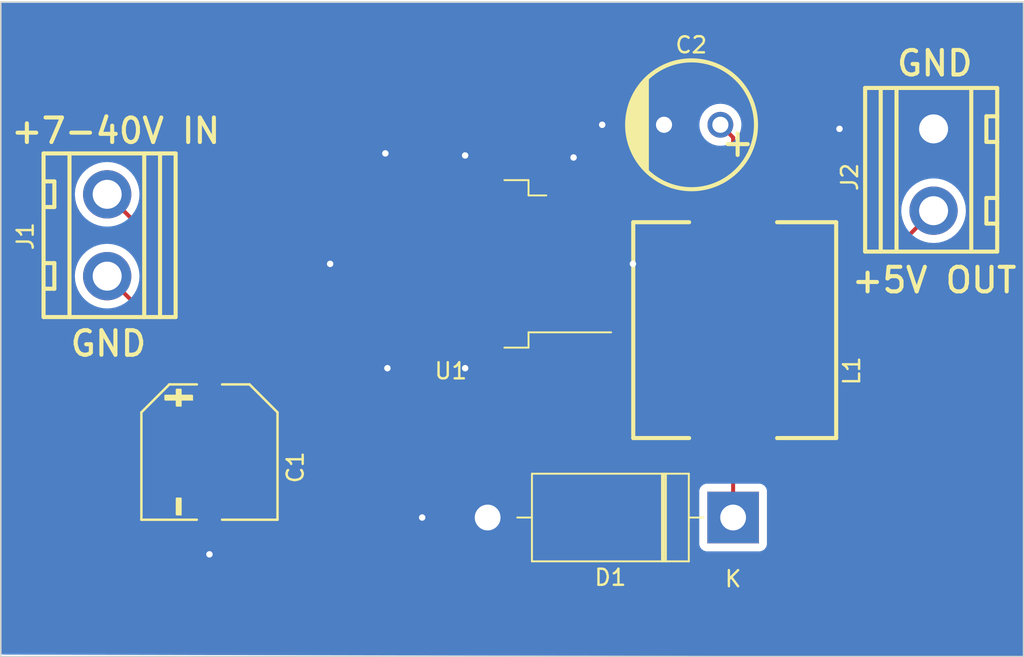
<source format=kicad_pcb>
(kicad_pcb (version 20221018) (generator pcbnew)
  (layers (0 "F.Cu" signal) (31 "B.Cu" signal) (34 "B.Paste" user) (35 "F.Paste" user) (36 "B.SilkS" user "B.Silkscreen") (37 "F.SilkS" user "F.Silkscreen") (38 "B.Mask" user) (39 "F.Mask" user) (44 "Edge.Cuts" user))
  (net 0 "")
  (net 1 "Net-(J1-Pin_1)")
  (net 2 "GND")
  (net 3 "Net-(D1-K)")
  (net 4 "/OUT")
  (net 5 "/IN")
  (footprint "homemadestepdowns:CAP-SMD_BD8.0-L8.3-W8.3-FD" (layer "F.Cu") (at 122.174 111.76 -90)
    (fp_text reference "C1" (at -0.127 -5.334 90) (layer "F.SilkS") (effects (justify right)))
    (fp_text value "100 uF")
    (fp_line (start -4.201 -2.49) (end -4.201 -0.782) (stroke (width 0.152)) (layer "F.SilkS"))
    (fp_line (start -4.201 2.49) (end -4.201 0.782) (stroke (width 0.152)) (layer "F.SilkS"))
    (fp_line (start -2.465 -4.226) (end -4.201 -2.49) (stroke (width 0.152)) (layer "F.SilkS"))
    (fp_line (start -2.465 4.226) (end -4.201 2.49) (stroke (width 0.152)) (layer "F.SilkS"))
    (fp_line (start 4.201 -4.226) (end -2.465 -4.226) (stroke (width 0.152)) (layer "F.SilkS"))
    (fp_line (start 4.201 -0.782) (end 4.201 -4.226) (stroke (width 0.152)) (layer "F.SilkS"))
    (fp_line (start 4.201 0.782) (end 4.201 4.226) (stroke (width 0.152)) (layer "F.SilkS"))
    (fp_line (start 4.201 4.226) (end -2.465 4.226) (stroke (width 0.152)) (layer "F.SilkS"))
    (fp_poly (pts (xy -3.876 1.785) (xy -3.876 2.033) (xy -2.88 2.033) (xy -2.88 1.785)) (stroke (width 0.12)) (fill solid) (layer "F.SilkS"))
    (fp_poly (pts (xy -3.503 1.079) (xy -3.503 2.739) (xy -3.254 2.739) (xy -3.254 1.079)) (stroke (width 0.12)) (fill solid) (layer "F.SilkS"))
    (fp_poly (pts (xy 3.876 1.785) (xy 3.876 2.033) (xy 2.88 2.033) (xy 2.88 1.785)) (stroke (width 0.12)) (fill solid) (layer "F.SilkS"))
    (pad "1" smd rect (at -3.267 0 270) (size 4.2 1.4) (layers "F.Cu" "F.Paste" "F.Mask") (net 1 "Net-(J1-Pin_1)"))
    (pad "2" smd rect (at 3.267 0 270) (size 4.2 1.4) (layers "F.Cu" "F.Paste" "F.Mask") (net 2 "GND"))
  )
  (footprint "homemadestepdowns:CONN-TH_2P-P5.08_JL127-50802G01" (layer "F.Cu") (at 115.824 98.298 90)
    (fp_text reference "J1" (at -1.016 -5.08 270) (layer "F.SilkS") (effects (justify left)))
    (fp_text value "JL127-50802G01")
    (fp_line (start -5.08 -3.95) (end -5.08 4.25) (stroke (width 0.254)) (layer "F.SilkS"))
    (fp_line (start -5.08 -3.95) (end 5.08 -3.95) (stroke (width 0.254)) (layer "F.SilkS"))
    (fp_line (start -5.08 -2.34) (end 5.08 -2.34) (stroke (width 0.254)) (layer "F.SilkS"))
    (fp_line (start -5.08 2.3) (end 5.08 2.3) (stroke (width 0.254)) (layer "F.SilkS"))
    (fp_line (start -5.08 3.282) (end 5.08 3.282) (stroke (width 0.254)) (layer "F.SilkS"))
    (fp_line (start -5.08 4.25) (end 5.08 4.25) (stroke (width 0.254)) (layer "F.SilkS"))
    (fp_line (start -3.322 -3.951) (end -3.322 -3.28) (stroke (width 0.254)) (layer "F.SilkS"))
    (fp_line (start -3.322 -3.28) (end -1.73 -3.28) (stroke (width 0.254)) (layer "F.SilkS"))
    (fp_line (start -1.73 -3.821) (end -1.73 -3.95) (stroke (width 0.254)) (layer "F.SilkS"))
    (fp_line (start -1.73 -3.28) (end -1.73 -3.821) (stroke (width 0.254)) (layer "F.SilkS"))
    (fp_line (start 1.75 -3.95) (end 1.75 -3.279) (stroke (width 0.254)) (layer "F.SilkS"))
    (fp_line (start 1.75 -3.279) (end 3.343 -3.279) (stroke (width 0.254)) (layer "F.SilkS"))
    (fp_line (start 3.343 -3.82) (end 3.342 -3.949) (stroke (width 0.254)) (layer "F.SilkS"))
    (fp_line (start 3.343 -3.279) (end 3.343 -3.82) (stroke (width 0.254)) (layer "F.SilkS"))
    (fp_line (start 5.08 -3.95) (end 5.08 4.25) (stroke (width 0.254)) (layer "F.SilkS"))
    (pad "1" thru_hole circle (at -2.54 0 90) (size 3 3) (drill 1.8) (layers "*.Cu" "*.Mask") (net 1 "Net-(J1-Pin_1)"))
    (pad "2" thru_hole circle (at 2.54 0 90) (size 3 3) (drill 1.8) (layers "*.Cu" "*.Mask") (net 5 "/IN"))
  )
  (footprint "Package_TO_SOT_SMD:TO-263-5_TabPin3" (layer "F.Cu") (at 137.16 100.076 180)
    (fp_text reference "U1" (at 0 -6.65) (layer "F.SilkS"))
    (fp_text value "LM2576S-5.0")
    (fp_line (start -4.825 -5.2) (end -4.825 -4.25) (stroke (width 0.12)) (layer "F.SilkS"))
    (fp_line (start -4.825 -4.25) (end -9.95 -4.25) (stroke (width 0.12)) (layer "F.SilkS"))
    (fp_line (start -4.825 4.25) (end -5.925 4.25) (stroke (width 0.12)) (layer "F.SilkS"))
    (fp_line (start -4.825 5.2) (end -4.825 4.25) (stroke (width 0.12)) (layer "F.SilkS"))
    (fp_line (start -3.325 -5.2) (end -4.825 -5.2) (stroke (width 0.12)) (layer "F.SilkS"))
    (fp_line (start -3.325 5.2) (end -4.825 5.2) (stroke (width 0.12)) (layer "F.SilkS"))
    (pad "1" smd roundrect (at -7.65 -3.4 180) (size 4.6 1.1) (layers "F.Cu" "F.Paste" "F.Mask") (roundrect_rratio 0.2272727273) (net 5 "/IN"))
    (pad "2" smd roundrect (at -7.65 -1.7 180) (size 4.6 1.1) (layers "F.Cu" "F.Paste" "F.Mask") (roundrect_rratio 0.2272727273) (net 3 "Net-(D1-K)"))
    (pad "3" smd roundrect (at -7.65 0 180) (size 4.6 1.1) (layers "F.Cu" "F.Paste" "F.Mask") (roundrect_rratio 0.2272727273) (net 2 "GND"))
    (pad "3" smd roundrect (at -0.925 -2.775 180) (size 4.55 5.25) (layers "F.Cu" "F.Paste") (roundrect_rratio 0.05494505495) (net 2 "GND"))
    (pad "3" smd roundrect (at -0.925 2.775 180) (size 4.55 5.25) (layers "F.Cu" "F.Paste") (roundrect_rratio 0.05494505495) (net 2 "GND"))
    (pad "3" smd roundrect (at 1.5 0 180) (size 9.4 10.8) (layers "F.Cu" "F.Mask") (roundrect_rratio 0.02659595745) (net 2 "GND"))
    (pad "3" smd roundrect (at 3.925 -2.775 180) (size 4.55 5.25) (layers "F.Cu" "F.Paste") (roundrect_rratio 0.05494505495) (net 2 "GND"))
    (pad "3" smd roundrect (at 3.925 2.775 180) (size 4.55 5.25) (layers "F.Cu" "F.Paste") (roundrect_rratio 0.05494505495) (net 2 "GND"))
    (pad "4" smd roundrect (at -7.65 1.7 180) (size 4.6 1.1) (layers "F.Cu" "F.Paste" "F.Mask") (roundrect_rratio 0.2272727273) (net 4 "/OUT"))
    (pad "5" smd roundrect (at -7.65 3.4 180) (size 4.6 1.1) (layers "F.Cu" "F.Paste" "F.Mask") (roundrect_rratio 0.2272727273) (net 2 "GND"))
  )
  (footprint "Diode_THT:D_DO-201AD_P15.24mm_Horizontal" (layer "F.Cu") (at 154.686 115.824 180)
    (fp_text reference "D1" (at 7.62 -3.72) (layer "F.SilkS"))
    (fp_text value "1N5822")
    (fp_text user "K" (at 0 -3.81) (layer "F.SilkS"))
    (fp_line (start 1.84 0) (end 2.75 0) (stroke (width 0.12)) (layer "F.SilkS"))
    (fp_line (start 2.75 -2.72) (end 2.75 2.72) (stroke (width 0.12)) (layer "F.SilkS"))
    (fp_line (start 2.75 2.72) (end 12.49 2.72) (stroke (width 0.12)) (layer "F.SilkS"))
    (fp_line (start 4.175 -2.72) (end 4.175 2.72) (stroke (width 0.12)) (layer "F.SilkS"))
    (fp_line (start 4.295 -2.72) (end 4.295 2.72) (stroke (width 0.12)) (layer "F.SilkS"))
    (fp_line (start 4.415 -2.72) (end 4.415 2.72) (stroke (width 0.12)) (layer "F.SilkS"))
    (fp_line (start 12.49 -2.72) (end 2.75 -2.72) (stroke (width 0.12)) (layer "F.SilkS"))
    (fp_line (start 12.49 2.72) (end 12.49 -2.72) (stroke (width 0.12)) (layer "F.SilkS"))
    (fp_line (start 13.4 0) (end 12.49 0) (stroke (width 0.12)) (layer "F.SilkS"))
    (pad "1" thru_hole rect (at 0 0 180) (size 3.2 3.2) (drill 1.6) (layers "*.Cu" "*.Mask") (net 3 "Net-(D1-K)"))
    (pad "2" thru_hole oval (at 15.24 0 180) (size 3.2 3.2) (drill 1.6) (layers "*.Cu" "*.Mask") (net 2 "GND"))
  )
  (footprint "homemadestepdowns:IND-SMD_L13.4-W12.6" (layer "F.Cu") (at 154.686 104.14 90)
    (fp_text reference "L1" (at -3.556 7.366 90) (layer "F.SilkS") (effects (justify left)))
    (fp_text value "MWSA1206S-101MT")
    (fp_line (start -6.75 -6.2) (end 6.65 -6.2) (stroke (width 0.254)) (layer "F.SilkS"))
    (fp_line (start -6.75 -2.731) (end -6.75 -6.2) (stroke (width 0.254)) (layer "F.SilkS"))
    (fp_line (start -6.75 6.4) (end -6.75 2.731) (stroke (width 0.254)) (layer "F.SilkS"))
    (fp_line (start -6.75 6.4) (end 6.65 6.4) (stroke (width 0.254)) (layer "F.SilkS"))
    (fp_line (start 6.65 -6.2) (end 6.65 -2.731) (stroke (width 0.254)) (layer "F.SilkS"))
    (fp_line (start 6.65 2.731) (end 6.65 6.4) (stroke (width 0.254)) (layer "F.SilkS"))
    (pad "1" smd rect (at -5.65 0 180) (size 5 3.25) (layers "F.Cu" "F.Paste" "F.Mask") (net 3 "Net-(D1-K)"))
    (pad "2" smd rect (at 5.65 0 180) (size 5 3.25) (layers "F.Cu" "F.Paste" "F.Mask") (net 4 "/OUT"))
  )
  (footprint "homemadestepdowns:CONN-TH_2P-P5.08_JL127-50802G01" (layer "F.Cu") (at 167.132 94.234 -90)
    (fp_text reference "J2" (at -0.508 5.207 -90) (layer "F.SilkS") (effects (justify right)))
    (fp_text value "JL127-50802G01")
    (fp_line (start -5.08 -3.95) (end -5.08 4.25) (stroke (width 0.254)) (layer "F.SilkS"))
    (fp_line (start -5.08 -3.95) (end 5.08 -3.95) (stroke (width 0.254)) (layer "F.SilkS"))
    (fp_line (start -5.08 -2.34) (end 5.08 -2.34) (stroke (width 0.254)) (layer "F.SilkS"))
    (fp_line (start -5.08 2.3) (end 5.08 2.3) (stroke (width 0.254)) (layer "F.SilkS"))
    (fp_line (start -5.08 3.282) (end 5.08 3.282) (stroke (width 0.254)) (layer "F.SilkS"))
    (fp_line (start -5.08 4.25) (end 5.08 4.25) (stroke (width 0.254)) (layer "F.SilkS"))
    (fp_line (start -3.322 -3.951) (end -3.322 -3.28) (stroke (width 0.254)) (layer "F.SilkS"))
    (fp_line (start -3.322 -3.28) (end -1.73 -3.28) (stroke (width 0.254)) (layer "F.SilkS"))
    (fp_line (start -1.73 -3.821) (end -1.73 -3.95) (stroke (width 0.254)) (layer "F.SilkS"))
    (fp_line (start -1.73 -3.28) (end -1.73 -3.821) (stroke (width 0.254)) (layer "F.SilkS"))
    (fp_line (start 1.75 -3.95) (end 1.75 -3.279) (stroke (width 0.254)) (layer "F.SilkS"))
    (fp_line (start 1.75 -3.279) (end 3.343 -3.279) (stroke (width 0.254)) (layer "F.SilkS"))
    (fp_line (start 3.343 -3.82) (end 3.342 -3.949) (stroke (width 0.254)) (layer "F.SilkS"))
    (fp_line (start 3.343 -3.279) (end 3.343 -3.82) (stroke (width 0.254)) (layer "F.SilkS"))
    (fp_line (start 5.08 -3.95) (end 5.08 4.25) (stroke (width 0.254)) (layer "F.SilkS"))
    (pad "1" thru_hole circle (at -2.54 0 270) (size 3 3) (drill 1.8) (layers "*.Cu" "*.Mask") (net 2 "GND"))
    (pad "2" thru_hole circle (at 2.54 0 270) (size 3 3) (drill 1.8) (layers "*.Cu" "*.Mask") (net 4 "/OUT"))
  )
  (footprint "homemadestepdowns:CAP-TH_BD8.0-P3.50-D0.6-FD" (layer "F.Cu") (at 152.146 91.44 180)
    (fp_text reference "C2" (at -1.016 4.953) (layer "F.SilkS") (effects (justify right)))
    (fp_text value "1000 uF")
    (fp_line (start -2.822 -0.527) (end -2.822 -1.873) (stroke (width 0.254)) (layer "F.SilkS"))
    (fp_line (start -2.2 -1.2) (end -3.445 -1.2) (stroke (width 0.254)) (layer "F.SilkS"))
    (fp_arc (start 0.074 -4) (mid 0.037552 3.998162) (end 0.002895 -4.000008) (stroke (width 0.254)) (layer "F.SilkS"))
    (fp_poly (pts (xy 2.75 3) (xy 3.275 2.328) (xy 3.658 1.566) (xy 3.886 0.744) (xy 3.949 -0.106) (xy 3.844 -0.952) (xy 3.577 -1.762) (xy 3.157 -2.504) (xy 2.75 -3)) (stroke (width 0.12)) (fill solid) (layer "F.SilkS"))
    (pad "1" thru_hole circle (at -1.75 0 270) (size 1.6 1.6) (drill 1) (layers "*.Cu" "*.Mask") (net 4 "/OUT"))
    (pad "2" thru_hole circle (at 1.75 0 270) (size 1.6 1.6) (drill 1) (layers "*.Cu" "*.Mask") (net 2 "GND"))
  )
  (gr_rect (start 109.22 83.82) (end 172.72 124.46) (stroke (width 0.1)) (fill none) (layer "Edge.Cuts"))
  (gr_text "GND" (at 113.411 105.918) (layer "F.SilkS") (effects (font (size 1.524 1.524) (thickness 0.254) bold) (justify left bottom)))
  (gr_text "+5V OUT" (at 161.925 101.981) (layer "F.SilkS") (effects (font (size 1.524 1.524) (thickness 0.254) bold) (justify left bottom)))
  (gr_text "+7-40V IN" (at 109.728 92.71) (layer "F.SilkS") (effects (font (size 1.524 1.524) (thickness 0.254) bold) (justify left bottom)))
  (gr_text "GND" (at 164.719 88.519) (layer "F.SilkS") (effects (font (size 1.524 1.524) (thickness 0.254) bold) (justify left bottom)))
  (segment (start 115.824 100.838) (end 122.174 107.188) (width 0.25) (layer "F.Cu") (net 1))
  (segment (start 122.174 107.188) (end 122.174 108.493) (width 0.25) (layer "F.Cu") (net 1))
  (segment (start 150.396 91.44) (end 146.558 91.44) (width 0.25) (layer "F.Cu") (net 2))
  (segment (start 135.66 100.076) (end 129.667 100.076) (width 0.25) (layer "F.Cu") (net 2))
  (segment (start 133.235 93.357) (end 133.096 93.218) (width 0.25) (layer "F.Cu") (net 2))
  (segment (start 122.174 115.027) (end 122.174 115.316) (width 0.25) (layer "F.Cu") (net 2))
  (segment (start 144.81 100.076) (end 148.463 100.076) (width 0.25) (layer "F.Cu") (net 2))
  (segment (start 144.81 93.502) (end 144.78 93.472) (width 0.25) (layer "F.Cu") (net 2))
  (segment (start 138.085 97.301) (end 138.085 93.381) (width 0.25) (layer "F.Cu") (net 2))
  (segment (start 144.81 96.676) (end 144.81 93.502) (width 0.25) (layer "F.Cu") (net 2))
  (segment (start 138.085 102.851) (end 138.085 106.517) (width 0.25) (layer "F.Cu") (net 2))
  (segment (start 148.463 100.076) (end 148.336 100.076) (width 0.25) (layer "F.Cu") (net 2))
  (segment (start 133.235 97.301) (end 133.235 93.357) (width 0.25) (layer "F.Cu") (net 2))
  (segment (start 138.085 93.381) (end 138.049 93.345) (width 0.25) (layer "F.Cu") (net 2))
  (segment (start 167.132 91.694) (end 161.29 91.694) (width 0.25) (layer "F.Cu") (net 2))
  (segment (start 133.235 102.851) (end 133.235 106.541) (width 0.25) (layer "F.Cu") (net 2))
  (segment (start 139.446 115.824) (end 135.382 115.824) (width 0.25) (layer "F.Cu") (net 2))
  (segment (start 138.085 106.517) (end 138.049 106.553) (width 0.25) (layer "F.Cu") (net 2))
  (segment (start 122.174 115.316) (end 121.92 115.57) (width 0.25) (layer "F.Cu") (net 2))
  (segment (start 122.174 115.027) (end 122.174 118.11) (width 0.25) (layer "F.Cu") (net 2))
  (segment (start 133.235 106.541) (end 133.223 106.553) (width 0.25) (layer "F.Cu") (net 2))
  (via (at 135.382 115.824) (size 0.8) (drill 0.4) (layers "F.Cu" "B.Cu") (net 2))
  (via (at 133.223 106.553) (size 0.8) (drill 0.4) (layers "F.Cu" "B.Cu") (net 2))
  (via (at 133.096 93.218) (size 0.8) (drill 0.4) (layers "F.Cu" "B.Cu") (net 2))
  (via (at 144.78 93.472) (size 0.8) (drill 0.4) (layers "F.Cu" "B.Cu") (net 2))
  (via (at 122.174 118.11) (size 0.8) (drill 0.4) (layers "F.Cu" "B.Cu") (net 2))
  (via (at 138.049 93.345) (size 0.8) (drill 0.4) (layers "F.Cu" "B.Cu") (net 2))
  (via (at 161.29 91.694) (size 0.8) (drill 0.4) (layers "F.Cu" "B.Cu") (net 2))
  (via (at 146.558 91.44) (size 0.8) (drill 0.4) (layers "F.Cu" "B.Cu") (net 2))
  (via (at 148.463 100.076) (size 0.8) (drill 0.4) (layers "F.Cu" "B.Cu") (net 2))
  (via (at 129.667 100.076) (size 0.8) (drill 0.4) (layers "F.Cu" "B.Cu") (net 2))
  (via (at 138.049 106.553) (size 0.8) (drill 0.4) (layers "F.Cu" "B.Cu") (net 2))
  (segment (start 154.686 115.824) (end 154.686 109.79) (width 0.25) (layer "F.Cu") (net 3))
  (segment (start 154.686 109.79) (end 154.2941 109.79) (width 0.25) (layer "F.Cu") (net 3))
  (segment (start 146.2801 101.776) (end 144.81 101.776) (width 0.25) (layer "F.Cu") (net 3))
  (segment (start 154.2941 109.79) (end 146.2801 101.776) (width 0.25) (layer "F.Cu") (net 3))
  (segment (start 165.416 98.49) (end 167.132 96.774) (width 0.25) (layer "F.Cu") (net 4))
  (segment (start 154.572 98.376) (end 154.686 98.49) (width 0.25) (layer "F.Cu") (net 4))
  (segment (start 154.686 92.23) (end 153.896 91.44) (width 0.25) (layer "F.Cu") (net 4))
  (segment (start 154.686 98.49) (end 165.416 98.49) (width 0.25) (layer "F.Cu") (net 4))
  (segment (start 154.686 98.49) (end 154.686 92.23) (width 0.25) (layer "F.Cu") (net 4))
  (segment (start 144.81 98.376) (end 154.572 98.376) (width 0.25) (layer "F.Cu") (net 4))
  (segment (start 115.824 95.758) (end 128.016 107.95) (width 0.25) (layer "F.Cu") (net 5))
  (segment (start 140.336 107.95) (end 144.81 103.476) (width 0.25) (layer "F.Cu") (net 5))
  (segment (start 128.016 107.95) (end 140.336 107.95) (width 0.25) (layer "F.Cu") (net 5))
  (zone (net 2) (net_name "GND") (layer "B.Cu") (name "GND") (connect_pads yes (clearance 0.5)) (min_thickness 0.25) (fill yes (thermal_gap 0.5) (thermal_bridge_width 0.5))
    (polygon (pts (xy 109.22 124.333) (xy 172.72 124.46) (xy 172.72 83.82) (xy 109.22 83.693)))
  )
)
</source>
